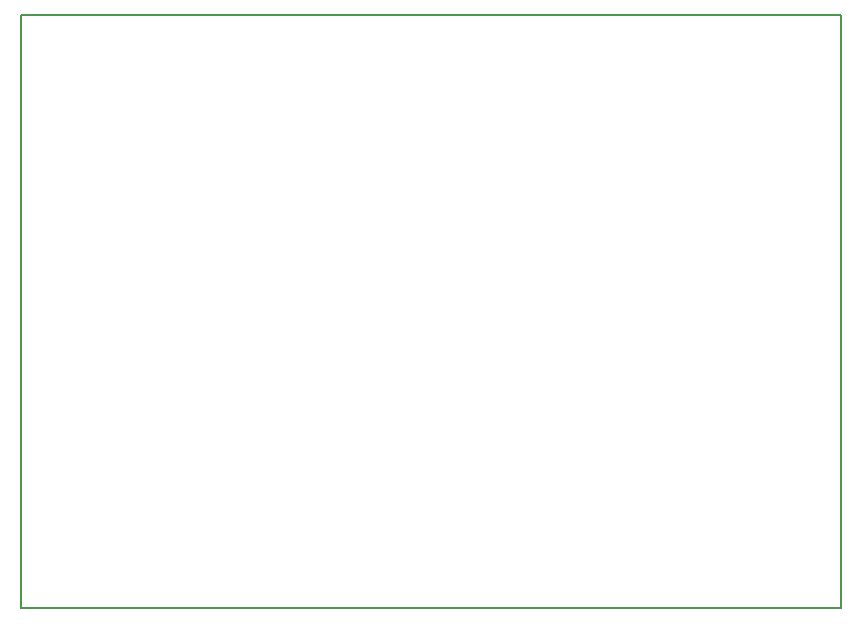
<source format=gbr>
G04 EAGLE Gerber RS-274X export*
G75*
%MOMM*%
%FSLAX34Y34*%
%LPD*%
%INSilkscreen Bottom*%
%IPPOS*%
%AMOC8*
5,1,8,0,0,1.08239X$1,22.5*%
G01*
%ADD10C,0.127000*%


D10*
X40Y522780D02*
X40Y20780D01*
X694040Y20780D01*
X694040Y522780D01*
X40Y522780D01*
M02*

</source>
